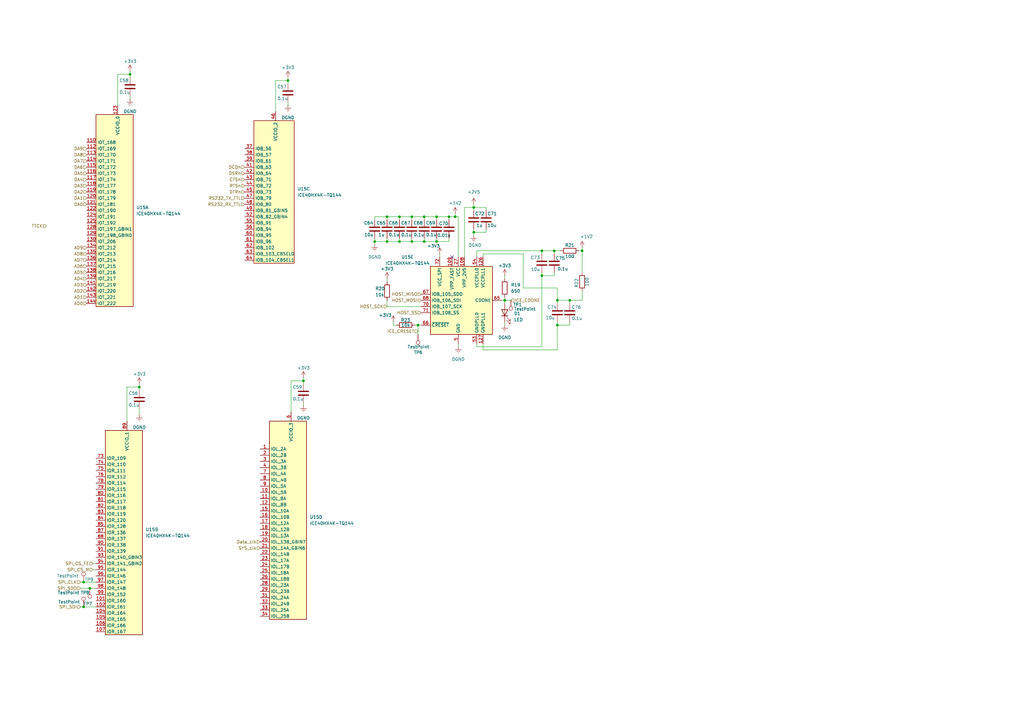
<source format=kicad_sch>
(kicad_sch (version 20231120) (generator "eeschema") (generator_version "8.0")
  (paper "A3")
  (lib_symbols
    (symbol "Connector:TestPoint" (pin_numbers hide) (pin_names (offset 0.762) hide)
      (property "Reference" "TP" (at 0 6.858 0))
      (property "Value" "TestPoint" (at 0 5.08 0))
      (symbol "TestPoint_0_1"
        (circle (center 0 3.302) (radius 0.762))
      )
      (symbol "TestPoint_1_1"
        (pin passive line (at 0 0 90) (length 2.54) (name "1") (number "1"))
      )
    )
    (symbol "Device:C" (pin_numbers hide) (pin_names (offset 0.254))
      (property "Reference" "C" (at 0.635 2.54 0))
      (property "Value" "C" (at 0.635 -2.54 0))
      (symbol "C_0_1"
        (polyline (pts (xy -2.032 -0.762) (xy 2.032 -0.762)) (stroke (width 0.508)))
        (polyline (pts (xy -2.032 0.762) (xy 2.032 0.762)) (stroke (width 0.508)))
      )
      (symbol "C_1_1"
        (pin passive line (at 0 3.81 270) (length 2.794) (name "~") (number "1"))
        (pin passive line (at 0 -3.81 90) (length 2.794) (name "~") (number "2"))
      )
    )
    (symbol "Device:LED" (pin_numbers hide) (pin_names (offset 1.016) hide)
      (property "Reference" "D" (at 0 2.54 0))
      (property "Value" "LED" (at 0 -2.54 0))
      (symbol "LED_0_1"
        (polyline (pts (xy -1.27 -1.27) (xy -1.27 1.27)) (stroke (width 0.254)))
        (polyline (pts (xy -1.27 0) (xy 1.27 0)))
        (polyline (pts (xy 1.27 -1.27) (xy 1.27 1.27) (xy -1.27 0) (xy 1.27 -1.27)) (stroke (width 0.254)))
        (polyline (pts (xy -3.048 -0.762) (xy -4.572 -2.286) (xy -3.81 -2.286) (xy -4.572 -2.286) (xy -4.572 -1.524)))
        (polyline (pts (xy -1.778 -0.762) (xy -3.302 -2.286) (xy -2.54 -2.286) (xy -3.302 -2.286) (xy -3.302 -1.524)))
      )
      (symbol "LED_1_1"
        (pin passive line (at -3.81 0 0) (length 2.54) (name "K") (number "1"))
        (pin passive line (at 3.81 0 180) (length 2.54) (name "A") (number "2"))
      )
    )
    (symbol "Device:R" (pin_numbers hide) (pin_names (offset 0))
      (property "Reference" "R" (at 2.032 0 90))
      (property "Value" "R" (at 0 0 90))
      (symbol "R_0_1"
        (rectangle (start -1.016 -2.54) (end 1.016 2.54) (stroke (width 0.254)))
      )
      (symbol "R_1_1"
        (pin passive line (at 0 3.81 270) (length 1.27) (name "~") (number "1"))
        (pin passive line (at 0 -3.81 90) (length 1.27) (name "~") (number "2"))
      )
    )
    (symbol "FPGA_Lattice:ICE40HX4K-TQ144"
      (property "Reference" "U" (at 12.7 53.34 0))
      (property "Value" "ICE40HX4K-TQ144" (at 30.48 48.26 0))
      (symbol "ICE40HX4K-TQ144_1_1"
        (rectangle (start -8.89 41.91) (end 6.35 -36.83) (stroke (width 0.254)) (fill (type background)))
        (pin bidirectional line (at -12.7 30.48 0) (length 3.81) (name "IOT_168") (number "110"))
        (pin bidirectional line (at -12.7 27.94 0) (length 3.81) (name "IOT_169") (number "112"))
        (pin bidirectional line (at -12.7 25.4 0) (length 3.81) (name "IOT_170") (number "113"))
        (pin bidirectional line (at -12.7 22.86 0) (length 3.81) (name "IOT_171") (number "114"))
        (pin bidirectional line (at -12.7 20.32 0) (length 3.81) (name "IOT_172") (number "115"))
        (pin bidirectional line (at -12.7 17.78 0) (length 3.81) (name "IOT_173") (number "116"))
        (pin bidirectional line (at -12.7 15.24 0) (length 3.81) (name "IOT_174") (number "117"))
        (pin bidirectional line (at -12.7 12.7 0) (length 3.81) (name "IOT_177") (number "118"))
        (pin bidirectional line (at -12.7 10.16 0) (length 3.81) (name "IOT_178") (number "119"))
        (pin bidirectional line (at -12.7 7.62 0) (length 3.81) (name "IOT_179") (number "120"))
        (pin bidirectional line (at -12.7 5.08 0) (length 3.81) (name "IOT_181") (number "121"))
        (pin bidirectional line (at -12.7 2.54 0) (length 3.81) (name "IOT_190") (number "122"))
        (pin power_in line (at 0 45.72 270) (length 3.81) (name "VCCIO_0") (number "123"))
        (pin bidirectional line (at -12.7 0 0) (length 3.81) (name "IOT_191") (number "124"))
        (pin bidirectional line (at -12.7 -2.54 0) (length 3.81) (name "IOT_192") (number "125"))
        (pin bidirectional line (at -12.7 -5.08 0) (length 3.81) (name "IOT_197_GBIN1") (number "128"))
        (pin bidirectional line (at -12.7 -7.62 0) (length 3.81) (name "IOT_198_GBIN0") (number "129"))
        (pin bidirectional line (at -12.7 -10.16 0) (length 3.81) (name "IOT_206") (number "130"))
        (pin passive line (at 0 45.72 270) (length 3.81) hide (name "VCCIO_0") (number "131"))
        (pin bidirectional line (at -12.7 -12.7 0) (length 3.81) (name "IOT_212") (number "134"))
        (pin bidirectional line (at -12.7 -15.24 0) (length 3.81) (name "IOT_213") (number "135"))
        (pin bidirectional line (at -12.7 -17.78 0) (length 3.81) (name "IOT_214") (number "136"))
        (pin bidirectional line (at -12.7 -20.32 0) (length 3.81) (name "IOT_215") (number "137"))
        (pin bidirectional line (at -12.7 -22.86 0) (length 3.81) (name "IOT_216") (number "138"))
        (pin bidirectional line (at -12.7 -25.4 0) (length 3.81) (name "IOT_217") (number "139"))
        (pin bidirectional line (at -12.7 -27.94 0) (length 3.81) (name "IOT_219") (number "141"))
        (pin bidirectional line (at -12.7 -30.48 0) (length 3.81) (name "IOT_220") (number "142"))
        (pin bidirectional line (at -12.7 -33.02 0) (length 3.81) (name "IOT_221") (number "143"))
        (pin bidirectional line (at -12.7 -35.56 0) (length 3.81) (name "IOT_222") (number "144"))
      )
      (symbol "ICE40HX4K-TQ144_2_1"
        (rectangle (start -8.89 44.45) (end 6.35 -39.37) (stroke (width 0.254)) (fill (type background)))
        (pin passive line (at 0 48.26 270) (length 3.81) hide (name "VCCIO_1") (number "100"))
        (pin bidirectional line (at -12.7 -25.4 0) (length 3.81) (name "IOR_160") (number "101"))
        (pin bidirectional line (at -12.7 -27.94 0) (length 3.81) (name "IOR_161") (number "102"))
        (pin bidirectional line (at -12.7 -30.48 0) (length 3.81) (name "IOR_164") (number "104"))
        (pin bidirectional line (at -12.7 -33.02 0) (length 3.81) (name "IOR_165") (number "105"))
        (pin bidirectional line (at -12.7 -35.56 0) (length 3.81) (name "IOR_166") (number "106"))
        (pin bidirectional line (at -12.7 -38.1 0) (length 3.81) (name "IOR_167") (number "107"))
        (pin bidirectional line (at -12.7 33.02 0) (length 3.81) (name "IOR_109") (number "73"))
        (pin bidirectional line (at -12.7 30.48 0) (length 3.81) (name "IOR_110") (number "74"))
        (pin bidirectional line (at -12.7 27.94 0) (length 3.81) (name "IOR_111") (number "75"))
        (pin bidirectional line (at -12.7 25.4 0) (length 3.81) (name "IOR_112") (number "76"))
        (pin bidirectional line (at -12.7 22.86 0) (length 3.81) (name "IOR_114") (number "78"))
        (pin bidirectional line (at -12.7 20.32 0) (length 3.81) (name "IOR_115") (number "79"))
        (pin bidirectional line (at -12.7 17.78 0) (length 3.81) (name "IOR_116") (number "80"))
        (pin bidirectional line (at -12.7 15.24 0) (length 3.81) (name "IOR_117") (number "81"))
        (pin bidirectional line (at -12.7 12.7 0) (length 3.81) (name "IOR_118") (number "82"))
        (pin bidirectional line (at -12.7 10.16 0) (length 3.81) (name "IOR_119") (number "83"))
        (pin bidirectional line (at -12.7 7.62 0) (length 3.81) (name "IOR_120") (number "84"))
        (pin bidirectional line (at -12.7 5.08 0) (length 3.81) (name "IOR_128") (number "85"))
        (pin bidirectional line (at -12.7 2.54 0) (length 3.81) (name "IOR_136") (number "87"))
        (pin bidirectional line (at -12.7 0 0) (length 3.81) (name "IOR_137") (number "88"))
        (pin power_in line (at 0 48.26 270) (length 3.81) (name "VCCIO_1") (number "89"))
        (pin bidirectional line (at -12.7 -2.54 0) (length 3.81) (name "IOR_138") (number "90"))
        (pin bidirectional line (at -12.7 -5.08 0) (length 3.81) (name "IOR_139") (number "91"))
        (pin bidirectional line (at -12.7 -7.62 0) (length 3.81) (name "IOR_140_GBIN3") (number "93"))
        (pin bidirectional line (at -12.7 -10.16 0) (length 3.81) (name "IOR_141_GBIN2") (number "94"))
        (pin bidirectional line (at -12.7 -12.7 0) (length 3.81) (name "IOR_144") (number "95"))
        (pin bidirectional line (at -12.7 -15.24 0) (length 3.81) (name "IOR_146") (number "96"))
        (pin bidirectional line (at -12.7 -17.78 0) (length 3.81) (name "IOR_147") (number "97"))
        (pin bidirectional line (at -12.7 -20.32 0) (length 3.81) (name "IOR_148") (number "98"))
        (pin bidirectional line (at -12.7 -22.86 0) (length 3.81) (name "IOR_152") (number "99"))
      )
      (symbol "ICE40HX4K-TQ144_3_1"
        (rectangle (start -8.89 31.75) (end 7.62 -26.67) (stroke (width 0.254)) (fill (type background)))
        (pin bidirectional line (at -12.7 20.32 0) (length 3.81) (name "IOB_56") (number "37"))
        (pin bidirectional line (at -12.7 17.78 0) (length 3.81) (name "IOB_57") (number "38"))
        (pin bidirectional line (at -12.7 15.24 0) (length 3.81) (name "IOB_61") (number "39"))
        (pin bidirectional line (at -12.7 12.7 0) (length 3.81) (name "IOB_63") (number "41"))
        (pin bidirectional line (at -12.7 10.16 0) (length 3.81) (name "IOB_64") (number "42"))
        (pin bidirectional line (at -12.7 7.62 0) (length 3.81) (name "IOB_71") (number "43"))
        (pin bidirectional line (at -12.7 5.08 0) (length 3.81) (name "IOB_72") (number "44"))
        (pin bidirectional line (at -12.7 2.54 0) (length 3.81) (name "IOB_73") (number "45"))
        (pin power_in line (at 0 35.56 270) (length 3.81) (name "VCCIO_2") (number "46"))
        (pin bidirectional line (at -12.7 0 0) (length 3.81) (name "IOB_79") (number "47"))
        (pin bidirectional line (at -12.7 -2.54 0) (length 3.81) (name "IOB_80") (number "48"))
        (pin bidirectional line (at -12.7 -5.08 0) (length 3.81) (name "IOB_81_GBIN5") (number "49"))
        (pin bidirectional line (at -12.7 -7.62 0) (length 3.81) (name "IOB_82_GBIN4") (number "52"))
        (pin bidirectional line (at -12.7 -10.16 0) (length 3.81) (name "IOB_91") (number "55"))
        (pin bidirectional line (at -12.7 -12.7 0) (length 3.81) (name "IOB_94") (number "56"))
        (pin passive line (at 0 35.56 270) (length 3.81) hide (name "VCCIO_2") (number "57"))
        (pin bidirectional line (at -12.7 -15.24 0) (length 3.81) (name "IOB_95") (number "60"))
        (pin bidirectional line (at -12.7 -17.78 0) (length 3.81) (name "IOB_96") (number "61"))
        (pin bidirectional line (at -12.7 -20.32 0) (length 3.81) (name "IOB_102") (number "62"))
        (pin bidirectional line (at -12.7 -22.86 0) (length 3.81) (name "IOB_103_CBSEL0") (number "63"))
        (pin bidirectional line (at -12.7 -25.4 0) (length 3.81) (name "IOB_104_CBSEL1") (number "64"))
      )
      (symbol "ICE40HX4K-TQ144_4_1"
        (rectangle (start -8.89 41.91) (end 6.35 -39.37) (stroke (width 0.254)) (fill (type background)))
        (pin bidirectional line (at -12.7 30.48 0) (length 3.81) (name "IOL_2A") (number "1"))
        (pin bidirectional line (at -12.7 12.7 0) (length 3.81) (name "IOL_5B") (number "10"))
        (pin bidirectional line (at -12.7 10.16 0) (length 3.81) (name "IOL_8A") (number "11"))
        (pin bidirectional line (at -12.7 7.62 0) (length 3.81) (name "IOL_8B") (number "12"))
        (pin bidirectional line (at -12.7 5.08 0) (length 3.81) (name "IOL_10A") (number "15"))
        (pin bidirectional line (at -12.7 2.54 0) (length 3.81) (name "IOL_10B") (number "16"))
        (pin bidirectional line (at -12.7 0 0) (length 3.81) (name "IOL_12A") (number "17"))
        (pin bidirectional line (at -12.7 -2.54 0) (length 3.81) (name "IOL_12B") (number "18"))
        (pin bidirectional line (at -12.7 -5.08 0) (length 3.81) (name "IOL_13A") (number "19"))
        (pin bidirectional line (at -12.7 27.94 0) (length 3.81) (name "IOL_2B") (number "2"))
        (pin bidirectional line (at -12.7 -7.62 0) (length 3.81) (name "IOL_13B_GBIN7") (number "20"))
        (pin bidirectional line (at -12.7 -10.16 0) (length 3.81) (name "IOL_14A_GBIN6") (number "21"))
        (pin bidirectional line (at -12.7 -12.7 0) (length 3.81) (name "IOL_14B") (number "22"))
        (pin bidirectional line (at -12.7 -15.24 0) (length 3.81) (name "IOL_17A") (number "23"))
        (pin bidirectional line (at -12.7 -17.78 0) (length 3.81) (name "IOL_17B") (number "24"))
        (pin bidirectional line (at -12.7 -20.32 0) (length 3.81) (name "IOL_18A") (number "25"))
        (pin bidirectional line (at -12.7 -22.86 0) (length 3.81) (name "IOL_18B") (number "26"))
        (pin bidirectional line (at -12.7 -25.4 0) (length 3.81) (name "IOL_23A") (number "28"))
        (pin bidirectional line (at -12.7 -27.94 0) (length 3.81) (name "IOL_23B") (number "29"))
        (pin bidirectional line (at -12.7 25.4 0) (length 3.81) (name "IOL_3A") (number "3"))
        (pin passive line (at 0 45.72 270) (length 3.81) hide (name "VCCIO_3") (number "30"))
        (pin bidirectional line (at -12.7 -30.48 0) (length 3.81) (name "IOL_24A") (number "31"))
        (pin bidirectional line (at -12.7 -33.02 0) (length 3.81) (name "IOL_24B") (number "32"))
        (pin bidirectional line (at -12.7 -35.56 0) (length 3.81) (name "IOL_25A") (number "33"))
        (pin bidirectional line (at -12.7 -38.1 0) (length 3.81) (name "IOL_25B") (number "34"))
        (pin bidirectional line (at -12.7 22.86 0) (length 3.81) (name "IOL_3B") (number "4"))
        (pin power_in line (at 0 45.72 270) (length 3.81) (name "VCCIO_3") (number "6"))
        (pin bidirectional line (at -12.7 20.32 0) (length 3.81) (name "IOL_4A") (number "7"))
        (pin bidirectional line (at -12.7 17.78 0) (length 3.81) (name "IOL_4B") (number "8"))
        (pin bidirectional line (at -12.7 15.24 0) (length 3.81) (name "IOL_5A") (number "9"))
      )
      (symbol "ICE40HX4K-TQ144_5_1"
        (rectangle (start -11.43 13.97) (end 13.97 -13.97) (stroke (width 0.254)) (fill (type background)))
        (pin passive line (at 0 -17.78 90) (length 3.81) hide (name "GND") (number "103"))
        (pin power_in line (at 2.54 17.78 270) (length 3.81) (name "VPP_2V5") (number "108"))
        (pin power_in line (at -2.54 17.78 270) (length 3.81) (name "VPP_FAST") (number "109"))
        (pin passive line (at 0 17.78 270) (length 3.81) hide (name "VCC") (number "111"))
        (pin power_in line (at 10.16 17.78 270) (length 3.81) (name "VCCPLL1") (number "126"))
        (pin power_in line (at 10.16 -17.78 90) (length 3.81) (name "GNDPLL1") (number "127"))
        (pin passive line (at 0 -17.78 90) (length 3.81) hide (name "GND") (number "13"))
        (pin passive line (at 0 -17.78 90) (length 3.81) hide (name "GND") (number "132"))
        (pin no_connect line (at 12.7 -10.16 180) (length 3.81) hide (name "NC") (number "133"))
        (pin passive line (at 0 -17.78 90) (length 3.81) hide (name "GND") (number "14"))
        (pin passive line (at 0 -17.78 90) (length 3.81) hide (name "GND") (number "140"))
        (pin power_in line (at 0 17.78 270) (length 3.81) (name "VCC") (number "27"))
        (pin no_connect line (at 12.7 5.08 180) (length 3.81) hide (name "NC") (number "35"))
        (pin no_connect line (at 12.7 2.54 180) (length 3.81) hide (name "NC") (number "36"))
        (pin passive line (at 0 17.78 270) (length 3.81) hide (name "VCC") (number "40"))
        (pin power_in line (at 0 -17.78 90) (length 3.81) (name "GND") (number "5"))
        (pin no_connect line (at 12.7 -2.54 180) (length 3.81) hide (name "NC") (number "50"))
        (pin no_connect line (at 12.7 -5.08 180) (length 3.81) hide (name "NC") (number "51"))
        (pin power_in line (at 7.62 -17.78 90) (length 3.81) (name "GNDPLL0") (number "53"))
        (pin power_in line (at 7.62 17.78 270) (length 3.81) (name "VCCPLL0") (number "54"))
        (pin no_connect line (at 12.7 -7.62 180) (length 3.81) hide (name "NC") (number "58"))
        (pin passive line (at 0 -17.78 90) (length 3.81) hide (name "GND") (number "59"))
        (pin open_collector line (at 17.78 0 180) (length 3.81) (name "CDONE") (number "65"))
        (pin input line (at -15.24 -10.16 0) (length 3.81) (name "~{CRESET}") (number "66"))
        (pin bidirectional line (at -15.24 2.54 0) (length 3.81) (name "IOB_105_SDO") (number "67"))
        (pin bidirectional line (at -15.24 0 0) (length 3.81) (name "IOB_106_SDI") (number "68"))
        (pin passive line (at 0 -17.78 90) (length 3.81) hide (name "GND") (number "69"))
        (pin bidirectional line (at -15.24 -2.54 0) (length 3.81) (name "IOB_107_SCK") (number "70"))
        (pin bidirectional line (at -15.24 -5.08 0) (length 3.81) (name "IOB_108_SS") (number "71"))
        (pin power_in line (at -7.62 17.78 270) (length 3.81) (name "VCC_SPI") (number "72"))
        (pin no_connect line (at 12.7 7.62 180) (length 3.81) hide (name "NC") (number "77"))
        (pin passive line (at 0 -17.78 90) (length 3.81) hide (name "GND") (number "86"))
        (pin passive line (at 0 17.78 270) (length 3.81) hide (name "VCC") (number "92"))
      )
    )
    (symbol "power:+1V2" (power) (pin_numbers hide) (pin_names (offset 0) hide)
      (property "Value" "+1V2" (at 0 3.556 0))
      (symbol "+1V2_0_1"
        (polyline (pts (xy -0.762 1.27) (xy 0 2.54)))
        (polyline (pts (xy 0 0) (xy 0 2.54)))
        (polyline (pts (xy 0 2.54) (xy 0.762 1.27)))
      )
      (symbol "+1V2_1_1"
        (pin power_in line (at 0 0 90) (length 0) (name "~") (number "1"))
      )
    )
    (symbol "power:+2V5" (power) (pin_numbers hide) (pin_names (offset 0) hide)
      (property "Value" "+2V5" (at 0 3.556 0))
      (symbol "+2V5_0_1"
        (polyline (pts (xy -0.762 1.27) (xy 0 2.54)))
        (polyline (pts (xy 0 0) (xy 0 2.54)))
        (polyline (pts (xy 0 2.54) (xy 0.762 1.27)))
      )
      (symbol "+2V5_1_1"
        (pin power_in line (at 0 0 90) (length 0) (name "~") (number "1"))
      )
    )
    (symbol "power:+3V3" (power) (pin_numbers hide) (pin_names (offset 0) hide)
      (property "Value" "+3V3" (at 0 3.556 0))
      (symbol "+3V3_0_1"
        (polyline (pts (xy -0.762 1.27) (xy 0 2.54)))
        (polyline (pts (xy 0 0) (xy 0 2.54)))
        (polyline (pts (xy 0 2.54) (xy 0.762 1.27)))
      )
      (symbol "+3V3_1_1"
        (pin power_in line (at 0 0 90) (length 0) (name "~") (number "1"))
      )
    )
    (symbol "power:Earth" (power) (pin_numbers hide) (pin_names (offset 0) hide)
      (property "Value" "Earth" (at 0 -3.81 0))
      (symbol "Earth_0_1"
        (polyline (pts (xy -0.635 -1.905) (xy 0.635 -1.905)))
        (polyline (pts (xy -0.127 -2.54) (xy 0.127 -2.54)))
        (polyline (pts (xy 0 -1.27) (xy 0 0)))
        (polyline (pts (xy 1.27 -1.27) (xy -1.27 -1.27)))
      )
      (symbol "Earth_1_1"
        (pin power_in line (at 0 0 270) (length 0) (name "~") (number "1"))
      )
    )
  )
  (junction (at 57.15 158.75))
  (junction (at 227.33 102.87))
  (junction (at 158.75 99.06))
  (junction (at 53.34 30.48))
  (junction (at 171.45 133.35))
  (junction (at 34.29 238.76))
  (junction (at 34.29 248.92))
  (junction (at 233.68 123.19))
  (junction (at 186.69 88.9))
  (junction (at 238.76 102.87))
  (junction (at 153.67 99.06))
  (junction (at 179.07 99.06))
  (junction (at 163.83 88.9))
  (junction (at 168.91 88.9))
  (junction (at 168.91 99.06))
  (junction (at 194.31 95.25))
  (junction (at 118.11 33.02))
  (junction (at 163.83 99.06))
  (junction (at 124.46 156.21))
  (junction (at 228.6 133.35))
  (junction (at 207.01 123.19))
  (junction (at 222.25 113.03))
  (junction (at 222.25 102.87))
  (junction (at 173.99 88.9))
  (junction (at 194.31 85.09))
  (junction (at 179.07 88.9))
  (junction (at 158.75 88.9))
  (junction (at 173.99 99.06))
  (junction (at 228.6 123.19))
  (junction (at 184.15 88.9))
  (junction (at 36.83 241.3))
  (no_connect (at 185.42 105.41))
  (wire (pts (xy 199.39 93.98) (xy 199.39 95.25)))
  (wire (pts (xy 52.07 172.72) (xy 52.07 158.75)))
  (wire (pts (xy 222.25 102.87) (xy 222.25 104.14)))
  (wire (pts (xy 195.58 102.87) (xy 222.25 102.87)))
  (wire (pts (xy 173.99 88.9) (xy 173.99 90.17)))
  (wire (pts (xy 158.75 97.79) (xy 158.75 99.06)))
  (wire (pts (xy 238.76 101.6) (xy 238.76 102.87)))
  (wire (pts (xy 38.1 231.14) (xy 39.37 231.14)))
  (wire (pts (xy 187.96 88.9) (xy 186.69 88.9)))
  (wire (pts (xy 53.34 39.37) (xy 53.34 40.64)))
  (wire (pts (xy 198.12 104.14) (xy 214.63 104.14)))
  (wire (pts (xy 153.67 99.06) (xy 153.67 100.33)))
  (wire (pts (xy 207.01 113.03) (xy 207.01 114.3)))
  (wire (pts (xy 222.25 113.03) (xy 227.33 113.03)))
  (wire (pts (xy 124.46 154.94) (xy 124.46 156.21)))
  (wire (pts (xy 118.11 33.02) (xy 118.11 34.29)))
  (wire (pts (xy 53.34 30.48) (xy 53.34 31.75)))
  (wire (pts (xy 194.31 85.09) (xy 194.31 86.36)))
  (wire (pts (xy 168.91 88.9) (xy 168.91 90.17)))
  (wire (pts (xy 124.46 165.1) (xy 124.46 166.37)))
  (wire (pts (xy 158.75 99.06) (xy 153.67 99.06)))
  (wire (pts (xy 194.31 83.82) (xy 194.31 85.09)))
  (wire (pts (xy 184.15 99.06) (xy 179.07 99.06)))
  (wire (pts (xy 36.83 241.3) (xy 39.37 241.3)))
  (wire (pts (xy 179.07 88.9) (xy 179.07 90.17)))
  (wire (pts (xy 184.15 90.17) (xy 184.15 88.9)))
  (wire (pts (xy 113.03 33.02) (xy 113.03 45.72)))
  (wire (pts (xy 161.29 133.35) (xy 162.56 133.35)))
  (wire (pts (xy 173.99 97.79) (xy 173.99 99.06)))
  (wire (pts (xy 179.07 97.79) (xy 179.07 99.06)))
  (wire (pts (xy 173.99 88.9) (xy 168.91 88.9)))
  (wire (pts (xy 161.29 132.08) (xy 161.29 133.35)))
  (wire (pts (xy 38.1 233.68) (xy 39.37 233.68)))
  (wire (pts (xy 186.69 87.63) (xy 186.69 88.9)))
  (wire (pts (xy 227.33 102.87) (xy 227.33 104.14)))
  (wire (pts (xy 199.39 85.09) (xy 194.31 85.09)))
  (wire (pts (xy 184.15 88.9) (xy 179.07 88.9)))
  (wire (pts (xy 48.26 43.18) (xy 48.26 30.48)))
  (wire (pts (xy 171.45 133.35) (xy 171.45 137.16)))
  (wire (pts (xy 207.01 123.19) (xy 209.55 123.19)))
  (wire (pts (xy 179.07 99.06) (xy 173.99 99.06)))
  (wire (pts (xy 118.11 31.75) (xy 118.11 33.02)))
  (wire (pts (xy 187.96 140.97) (xy 187.96 142.24)))
  (wire (pts (xy 227.33 102.87) (xy 229.87 102.87)))
  (wire (pts (xy 233.68 123.19) (xy 233.68 124.46)))
  (wire (pts (xy 158.75 114.3) (xy 158.75 115.57)))
  (wire (pts (xy 163.83 88.9) (xy 158.75 88.9)))
  (wire (pts (xy 227.33 113.03) (xy 227.33 111.76)))
  (wire (pts (xy 33.02 241.3) (xy 36.83 241.3)))
  (wire (pts (xy 158.75 123.19) (xy 158.75 125.73)))
  (wire (pts (xy 195.58 102.87) (xy 195.58 105.41)))
  (wire (pts (xy 233.68 123.19) (xy 238.76 123.19)))
  (wire (pts (xy 228.6 123.19) (xy 228.6 124.46)))
  (wire (pts (xy 238.76 119.38) (xy 238.76 123.19)))
  (wire (pts (xy 124.46 156.21) (xy 124.46 157.48)))
  (wire (pts (xy 168.91 88.9) (xy 163.83 88.9)))
  (wire (pts (xy 195.58 142.24) (xy 195.58 140.97)))
  (wire (pts (xy 194.31 95.25) (xy 194.31 96.52)))
  (wire (pts (xy 163.83 99.06) (xy 158.75 99.06)))
  (wire (pts (xy 238.76 102.87) (xy 238.76 111.76)))
  (wire (pts (xy 48.26 30.48) (xy 53.34 30.48)))
  (wire (pts (xy 158.75 125.73) (xy 172.72 125.73)))
  (wire (pts (xy 184.15 97.79) (xy 184.15 99.06)))
  (wire (pts (xy 158.75 88.9) (xy 153.67 88.9)))
  (wire (pts (xy 173.99 99.06) (xy 168.91 99.06)))
  (wire (pts (xy 186.69 88.9) (xy 184.15 88.9)))
  (wire (pts (xy 119.38 156.21) (xy 124.46 156.21)))
  (wire (pts (xy 195.58 142.24) (xy 222.25 142.24)))
  (wire (pts (xy 33.02 248.92) (xy 34.29 248.92)))
  (wire (pts (xy 34.29 248.92) (xy 39.37 248.92)))
  (wire (pts (xy 199.39 95.25) (xy 194.31 95.25)))
  (wire (pts (xy 113.03 33.02) (xy 118.11 33.02)))
  (wire (pts (xy 207.01 132.08) (xy 207.01 133.35)))
  (wire (pts (xy 198.12 140.97) (xy 198.12 143.51)))
  (wire (pts (xy 190.5 105.41) (xy 190.5 85.09)))
  (wire (pts (xy 194.31 93.98) (xy 194.31 95.25)))
  (wire (pts (xy 53.34 29.21) (xy 53.34 30.48)))
  (wire (pts (xy 214.63 104.14) (xy 214.63 118.11)))
  (wire (pts (xy 207.01 123.19) (xy 207.01 124.46)))
  (wire (pts (xy 170.18 133.35) (xy 171.45 133.35)))
  (wire (pts (xy 228.6 133.35) (xy 233.68 133.35)))
  (wire (pts (xy 190.5 85.09) (xy 194.31 85.09)))
  (wire (pts (xy 214.63 118.11) (xy 228.6 118.11)))
  (wire (pts (xy 163.83 88.9) (xy 163.83 90.17)))
  (wire (pts (xy 57.15 158.75) (xy 57.15 160.02)))
  (wire (pts (xy 153.67 97.79) (xy 153.67 99.06)))
  (wire (pts (xy 179.07 88.9) (xy 173.99 88.9)))
  (wire (pts (xy 168.91 99.06) (xy 163.83 99.06)))
  (wire (pts (xy 34.29 238.76) (xy 39.37 238.76)))
  (wire (pts (xy 198.12 143.51) (xy 228.6 143.51)))
  (wire (pts (xy 238.76 102.87) (xy 237.49 102.87)))
  (wire (pts (xy 198.12 105.41) (xy 198.12 104.14)))
  (wire (pts (xy 228.6 132.08) (xy 228.6 133.35)))
  (wire (pts (xy 228.6 143.51) (xy 228.6 133.35)))
  (wire (pts (xy 158.75 88.9) (xy 158.75 90.17)))
  (wire (pts (xy 57.15 167.64) (xy 57.15 170.18)))
  (wire (pts (xy 52.07 158.75) (xy 57.15 158.75)))
  (wire (pts (xy 171.45 133.35) (xy 172.72 133.35)))
  (wire (pts (xy 199.39 86.36) (xy 199.39 85.09)))
  (wire (pts (xy 180.34 104.14) (xy 180.34 105.41)))
  (wire (pts (xy 222.25 111.76) (xy 222.25 113.03)))
  (wire (pts (xy 33.02 238.76) (xy 34.29 238.76)))
  (wire (pts (xy 118.11 41.91) (xy 118.11 43.18)))
  (wire (pts (xy 222.25 102.87) (xy 227.33 102.87)))
  (wire (pts (xy 163.83 97.79) (xy 163.83 99.06)))
  (wire (pts (xy 153.67 88.9) (xy 153.67 90.17)))
  (wire (pts (xy 207.01 121.92) (xy 207.01 123.19)))
  (wire (pts (xy 228.6 118.11) (xy 228.6 123.19)))
  (wire (pts (xy 222.25 113.03) (xy 222.25 142.24)))
  (wire (pts (xy 168.91 97.79) (xy 168.91 99.06)))
  (wire (pts (xy 233.68 133.35) (xy 233.68 132.08)))
  (wire (pts (xy 119.38 168.91) (xy 119.38 156.21)))
  (wire (pts (xy 233.68 123.19) (xy 228.6 123.19)))
  (wire (pts (xy 57.15 157.48) (xy 57.15 158.75)))
  (wire (pts (xy 205.74 123.19) (xy 207.01 123.19)))
  (wire (pts (xy 187.96 88.9) (xy 187.96 105.41)))
  (hierarchical_label "AD2" (shape input) (at 35.56 119.38 180))
  (hierarchical_label "ICE_CDONE" (shape input) (at 209.55 123.19 0))
  (hierarchical_label "AD5" (shape input) (at 35.56 111.76 180))
  (hierarchical_label "DA8" (shape input) (at 35.56 63.5 180))
  (hierarchical_label "AD3" (shape input) (at 35.56 116.84 180))
  (hierarchical_label "DTRn" (shape input) (at 100.33 78.74 180))
  (hierarchical_label "AD1" (shape input) (at 35.56 121.92 180))
  (hierarchical_label "DA3" (shape input) (at 35.56 76.2 180))
  (hierarchical_label "CTSn" (shape input) (at 100.33 73.66 180))
  (hierarchical_label "AD7" (shape input) (at 35.56 106.68 180))
  (hierarchical_label "AD6" (shape input) (at 35.56 109.22 180))
  (hierarchical_label "SPI_CS_FE" (shape input) (at 38.1 231.14 180))
  (hierarchical_label "AD9" (shape input) (at 35.56 101.6 180))
  (hierarchical_label "SPI_CS_M" (shape input) (at 38.1 233.68 180))
  (hierarchical_label "HOST_MOSI" (shape input) (at 172.72 123.19 180))
  (hierarchical_label "DA2" (shape input) (at 35.56 78.74 180))
  (hierarchical_label "TTCK" (shape input) (at 19.05 92.71 180))
  (hierarchical_label "HOST_SS" (shape input) (at 172.72 128.27 180))
  (hierarchical_label "RS232_RX_TTL" (shape input) (at 100.33 83.82 180))
  (hierarchical_label "DA4" (shape input) (at 35.56 73.66 180))
  (hierarchical_label "HOST_SCK" (shape input) (at 158.75 125.73 180))
  (hierarchical_label "ICE_CRESET" (shape input) (at 171.45 135.89 180))
  (hierarchical_label "SPI_SDI" (shape input) (at 33.02 248.92 180))
  (hierarchical_label "RS232_TX_TTL" (shape input) (at 100.33 81.28 180))
  (hierarchical_label "SPI_SDO" (shape input) (at 33.02 241.3 180))
  (hierarchical_label "DA9" (shape input) (at 35.56 60.96 180))
  (hierarchical_label "SPI_CLK" (shape input) (at 33.02 238.76 180))
  (hierarchical_label "AD0" (shape input) (at 35.56 124.46 180))
  (hierarchical_label "AD8" (shape input) (at 35.56 104.14 180))
  (hierarchical_label "RTSn" (shape input) (at 100.33 76.2 180))
  (hierarchical_label "Data_clk" (shape input) (at 106.68 222.25 180))
  (hierarchical_label "DA6" (shape input) (at 35.56 68.58 180))
  (hierarchical_label "HOST_MISO" (shape input) (at 172.72 120.65 180))
  (hierarchical_label "DA0" (shape input) (at 35.56 83.82 180))
  (hierarchical_label "DA1" (shape input) (at 35.56 81.28 180))
  (hierarchical_label "AD4" (shape input) (at 35.56 114.3 180))
  (hierarchical_label "DA5" (shape input) (at 35.56 71.12 180))
  (hierarchical_label "DA7" (shape input) (at 35.56 66.04 180))
  (hierarchical_label "DSRn" (shape input) (at 100.33 71.12 180))
  (hierarchical_label "DCDn" (shape input) (at 100.33 68.58 180))
  (hierarchical_label "SYS_clk" (shape input) (at 106.68 224.79 180))
  (symbol (lib_id "Device:C") (at 173.99 93.98 0) (mirror x) (unit 1)
    (property "Reference" "C68" (at 173.482 91.44 0) (effects (justify right)))
    (property "Value" "0.1u" (at 173.99 96.266 0) (effects (justify right)))
    (property "Footprint" "Capacitor_SMD:C_0402_1005Metric" (effects (hide yes)))
    (property "Description" "Unpolarized capacitor" (effects (hide yes)))
  )
  (symbol (lib_id "power:+3V3") (at 118.11 31.75 0) (unit 1)
    (property "Reference" "#PWR050" (effects (hide yes)))
    (property "Value" "+3V3" (at 118.11 27.686 0))
    (property "Description" "Power symbol creates a global label with name \"+3V3\"" (effects (hide yes)))
  )
  (symbol (lib_id "Device:R") (at 158.75 119.38 0) (unit 1)
    (property "Reference" "R20" (at 153.924 118.364 0) (effects (justify left)))
    (property "Value" "10k" (at 153.924 120.904 0) (effects (justify left)))
    (property "Footprint" "Resistor_SMD:R_0402_1005Metric" (effects (hide yes)))
    (property "Description" "Resistor" (effects (hide yes)))
  )
  (symbol (lib_id "Device:C") (at 53.34 35.56 0) (mirror x) (unit 1)
    (property "Reference" "C58" (at 52.832 33.02 0) (effects (justify right)))
    (property "Value" "0.1u" (at 53.34 37.846 0) (effects (justify right)))
    (property "Footprint" "Capacitor_SMD:C_0402_1005Metric" (effects (hide yes)))
    (property "Description" "Unpolarized capacitor" (effects (hide yes)))
  )
  (symbol (lib_id "power:+3V3") (at 124.46 154.94 0) (unit 1)
    (property "Reference" "#PWR060" (effects (hide yes)))
    (property "Value" "+3V3" (at 124.46 150.876 0))
    (property "Description" "Power symbol creates a global label with name \"+3V3\"" (effects (hide yes)))
  )
  (symbol (lib_id "Connector:TestPoint") (at 34.29 248.92 0) (unit 1)
    (property "Reference" "TP7" (at 37.846 247.65 0) (effects (justify right)))
    (property "Value" "TestPoint" (at 32.766 246.888 0) (effects (justify right)))
    (property "Footprint" "TestPoint:TestPoint_Keystone_5000-5004_Miniature" (effects (hide yes)))
    (property "Description" "test point" (effects (hide yes)))
  )
  (symbol (lib_id "Device:C") (at 199.39 90.17 180) (unit 1)
    (property "Reference" "C71" (at 199.898 87.63 0) (effects (justify right)))
    (property "Value" "10u" (at 199.898 92.456 0) (effects (justify right)))
    (property "Footprint" "Capacitor_SMD:C_0402_1005Metric" (effects (hide yes)))
    (property "Description" "Unpolarized capacitor" (effects (hide yes)))
  )
  (symbol (lib_id "Device:C") (at 227.33 107.95 180) (unit 1)
    (property "Reference" "C75" (at 227.838 105.918 0) (effects (justify right)))
    (property "Value" "0.1u" (at 228.6 110.236 0) (effects (justify right)))
    (property "Footprint" "Capacitor_SMD:C_0402_1005Metric" (effects (hide yes)))
    (property "Description" "Unpolarized capacitor" (effects (hide yes)))
  )
  (symbol (lib_id "power:+3V3") (at 53.34 29.21 0) (unit 1)
    (property "Reference" "#PWR058" (effects (hide yes)))
    (property "Value" "+3V3" (at 53.34 25.146 0))
    (property "Description" "Power symbol creates a global label with name \"+3V3\"" (effects (hide yes)))
  )
  (symbol (lib_id "Device:C") (at 184.15 93.98 0) (mirror x) (unit 1)
    (property "Reference" "C70" (at 183.896 91.694 0) (effects (justify right)))
    (property "Value" "0.01u" (at 184.912 96.52 0) (effects (justify right)))
    (property "Footprint" "Capacitor_SMD:C_0402_1005Metric" (effects (hide yes)))
    (property "Description" "Unpolarized capacitor" (effects (hide yes)))
  )
  (symbol (lib_id "Device:C") (at 179.07 93.98 0) (mirror x) (unit 1)
    (property "Reference" "C69" (at 178.562 91.44 0) (effects (justify right)))
    (property "Value" "0.1u" (at 179.07 96.266 0) (effects (justify right)))
    (property "Footprint" "Capacitor_SMD:C_0402_1005Metric" (effects (hide yes)))
    (property "Description" "Unpolarized capacitor" (effects (hide yes)))
  )
  (symbol (lib_id "Device:C") (at 118.11 38.1 0) (mirror x) (unit 1)
    (property "Reference" "C57" (at 117.602 35.56 0) (effects (justify right)))
    (property "Value" "0.1u" (at 118.11 40.386 0) (effects (justify right)))
    (property "Footprint" "Capacitor_SMD:C_0402_1005Metric" (effects (hide yes)))
    (property "Description" "Unpolarized capacitor" (effects (hide yes)))
  )
  (symbol (lib_id "Device:C") (at 163.83 93.98 0) (mirror x) (unit 1)
    (property "Reference" "C66" (at 163.322 91.44 0) (effects (justify right)))
    (property "Value" "0.1u" (at 163.83 96.266 0) (effects (justify right)))
    (property "Footprint" "Capacitor_SMD:C_0402_1005Metric" (effects (hide yes)))
    (property "Description" "Unpolarized capacitor" (effects (hide yes)))
  )
  (symbol (lib_id "power:+3V3") (at 57.15 157.48 0) (unit 1)
    (property "Reference" "#PWR048" (effects (hide yes)))
    (property "Value" "+3V3" (at 57.15 153.416 0))
    (property "Description" "Power symbol creates a global label with name \"+3V3\"" (effects (hide yes)))
  )
  (symbol (lib_id "Device:LED") (at 207.01 128.27 90) (unit 1)
    (property "Reference" "D1" (at 210.82 128.5874 90) (effects (justify right)))
    (property "Value" "LED" (at 210.82 131.1274 90) (effects (justify right)))
    (property "Footprint" "LED_SMD:LED_0603_1608Metric" (effects (hide yes)))
    (property "Description" "Light emitting diode" (effects (hide yes)))
  )
  (symbol (lib_id "power:Earth") (at 207.01 133.35 0) (unit 1)
    (property "Reference" "#PWR056" (effects (hide yes)))
    (property "Value" "DGND" (at 207.01 138.43 0))
    (property "Description" "Power symbol creates a global label with name \"Earth\"" (effects (hide yes)))
  )
  (symbol (lib_id "power:+3V3") (at 161.29 132.08 0) (mirror y) (unit 1)
    (property "Reference" "#PWR057" (effects (hide yes)))
    (property "Value" "+3V3" (at 157.988 129.286 0))
    (property "Description" "Power symbol creates a global label with name \"+3V3\"" (effects (hide yes)))
  )
  (symbol (lib_id "Device:C") (at 194.31 90.17 180) (unit 1)
    (property "Reference" "C72" (at 194.818 87.63 0) (effects (justify right)))
    (property "Value" "1u" (at 195.326 92.456 0) (effects (justify right)))
    (property "Footprint" "Capacitor_SMD:C_0402_1005Metric" (effects (hide yes)))
    (property "Description" "Unpolarized capacitor" (effects (hide yes)))
  )
  (symbol (lib_id "FPGA_Lattice:ICE40HX4K-TQ144") (at 187.96 123.19 0) (unit 5)
    (property "Reference" "U15" (at 167.132 105.41 0))
    (property "Value" "ICE40HX4K-TQ144" (at 167.132 107.95 0))
    (property "Footprint" "Package_QFP:TQFP-144_20x20mm_P0.5mm" (effects (hide yes)))
    (property "Datasheet" "http://www.latticesemi.com/Products/FPGAandCPLD/iCE40" (effects (hide yes)))
    (property "Description" "iCE40 HX FPGA, 3520 LUTs, 1.2V, TQFP-144" (effects (hide yes)))
  )
  (symbol (lib_id "Device:R") (at 207.01 118.11 0) (unit 1)
    (property "Reference" "R19" (at 209.55 116.8399 0) (effects (justify left)))
    (property "Value" "650" (at 209.55 119.3799 0) (effects (justify left)))
    (property "Footprint" "Resistor_SMD:R_0402_1005Metric" (effects (hide yes)))
    (property "Description" "Resistor" (effects (hide yes)))
  )
  (symbol (lib_id "Device:C") (at 222.25 107.95 0) (mirror x) (unit 1)
    (property "Reference" "C73" (at 221.488 105.664 0) (effects (justify right)))
    (property "Value" "10u" (at 221.488 110.49 0) (effects (justify right)))
    (property "Footprint" "Capacitor_SMD:C_0402_1005Metric" (effects (hide yes)))
    (property "Description" "Unpolarized capacitor" (effects (hide yes)))
  )
  (symbol (lib_id "power:Earth") (at 57.15 170.18 0) (unit 1)
    (property "Reference" "#PWR049" (effects (hide yes)))
    (property "Value" "DGND" (at 57.15 175.26 0))
    (property "Description" "Power symbol creates a global label with name \"Earth\"" (effects (hide yes)))
  )
  (symbol (lib_id "Device:C") (at 153.67 93.98 0) (mirror x) (unit 1)
    (property "Reference" "C64" (at 153.162 91.44 0) (effects (justify right)))
    (property "Value" "10u" (at 153.162 96.266 0) (effects (justify right)))
    (property "Footprint" "Capacitor_SMD:C_0402_1005Metric" (effects (hide yes)))
    (property "Description" "Unpolarized capacitor" (effects (hide yes)))
  )
  (symbol (lib_id "Connector:TestPoint") (at 209.55 123.19 0) (mirror x) (unit 1)
    (property "Reference" "TP1" (at 214.122 124.968 0) (effects (justify right)))
    (property "Value" "TestPoint" (at 219.71 126.746 0) (effects (justify right)))
    (property "Footprint" "TestPoint:TestPoint_Keystone_5000-5004_Miniature" (effects (hide yes)))
    (property "Description" "test point" (effects (hide yes)))
  )
  (symbol (lib_id "Device:C") (at 168.91 93.98 0) (mirror x) (unit 1)
    (property "Reference" "C67" (at 168.402 91.44 0) (effects (justify right)))
    (property "Value" "0.1u" (at 168.91 96.266 0) (effects (justify right)))
    (property "Footprint" "Capacitor_SMD:C_0402_1005Metric" (effects (hide yes)))
    (property "Description" "Unpolarized capacitor" (effects (hide yes)))
  )
  (symbol (lib_id "power:Earth") (at 124.46 166.37 0) (unit 1)
    (property "Reference" "#PWR071" (effects (hide yes)))
    (property "Value" "DGND" (at 124.46 171.45 0))
    (property "Description" "Power symbol creates a global label with name \"Earth\"" (effects (hide yes)))
  )
  (symbol (lib_id "power:Earth") (at 194.31 96.52 0) (mirror y) (unit 1)
    (property "Reference" "#PWR066" (effects (hide yes)))
    (property "Value" "DGND" (at 194.818 100.584 0))
    (property "Description" "Power symbol creates a global label with name \"Earth\"" (effects (hide yes)))
  )
  (symbol (lib_id "Connector:TestPoint") (at 171.45 137.16 180) (unit 1)
    (property "Reference" "TP6" (at 169.672 144.526 0) (effects (justify right)))
    (property "Value" "TestPoint" (at 167.132 142.24 0) (effects (justify right)))
    (property "Footprint" "TestPoint:TestPoint_Keystone_5000-5004_Miniature" (effects (hide yes)))
    (property "Description" "test point" (effects (hide yes)))
  )
  (symbol (lib_id "FPGA_Lattice:ICE40HX4K-TQ144") (at 48.26 88.9 0) (unit 1)
    (property "Reference" "U15" (at 55.88 85.0899 0) (effects (justify left)))
    (property "Value" "ICE40HX4K-TQ144" (at 55.88 87.6299 0) (effects (justify left)))
    (property "Footprint" "Package_QFP:TQFP-144_20x20mm_P0.5mm" (effects (hide yes)))
    (property "Datasheet" "http://www.latticesemi.com/Products/FPGAandCPLD/iCE40" (effects (hide yes)))
    (property "Description" "iCE40 HX FPGA, 3520 LUTs, 1.2V, TQFP-144" (effects (hide yes)))
  )
  (symbol (lib_id "Device:C") (at 228.6 128.27 0) (mirror x) (unit 1)
    (property "Reference" "C74" (at 228.346 125.984 0) (effects (justify right)))
    (property "Value" "10u" (at 227.584 130.302 0) (effects (justify right)))
    (property "Footprint" "Capacitor_SMD:C_0402_1005Metric" (effects (hide yes)))
    (property "Description" "Unpolarized capacitor" (effects (hide yes)))
  )
  (symbol (lib_id "power:+2V5") (at 194.31 83.82 0) (mirror y) (unit 1)
    (property "Reference" "#PWR068" (effects (hide yes)))
    (property "Value" "+2V5" (at 194.31 78.74 0))
    (property "Description" "Power symbol creates a global label with name \"+2V5\"" (effects (hide yes)))
  )
  (symbol (lib_id "power:+1V2") (at 238.76 101.6 0) (unit 1)
    (property "Reference" "#PWR070" (effects (hide yes)))
    (property "Value" "+1V2" (at 240.538 97.028 0))
    (property "Description" "Power symbol creates a global label with name \"+1V2\"" (effects (hide yes)))
  )
  (symbol (lib_id "Device:C") (at 158.75 93.98 0) (mirror x) (unit 1)
    (property "Reference" "C65" (at 158.242 91.44 0) (effects (justify right)))
    (property "Value" "1u" (at 157.734 96.266 0) (effects (justify right)))
    (property "Footprint" "Capacitor_SMD:C_0402_1005Metric" (effects (hide yes)))
    (property "Description" "Unpolarized capacitor" (effects (hide yes)))
  )
  (symbol (lib_id "power:Earth") (at 53.34 40.64 0) (unit 1)
    (property "Reference" "#PWR059" (effects (hide yes)))
    (property "Value" "DGND" (at 53.34 45.72 0))
    (property "Description" "Power symbol creates a global label with name \"Earth\"" (effects (hide yes)))
  )
  (symbol (lib_id "Connector:TestPoint") (at 34.29 238.76 0) (unit 1)
    (property "Reference" "TP9" (at 38.354 237.744 0) (effects (justify right)))
    (property "Value" "TestPoint" (at 32.258 236.22 0) (effects (justify right)))
    (property "Footprint" "TestPoint:TestPoint_Keystone_5000-5004_Miniature" (effects (hide yes)))
    (property "Description" "test point" (effects (hide yes)))
  )
  (symbol (lib_id "Device:R") (at 233.68 102.87 90) (unit 1)
    (property "Reference" "R21" (at 233.68 100.584 90))
    (property "Value" "100" (at 233.68 105.156 90))
    (property "Footprint" "Resistor_SMD:R_0402_1005Metric" (effects (hide yes)))
    (property "Description" "Resistor" (effects (hide yes)))
  )
  (symbol (lib_id "Device:C") (at 233.68 128.27 180) (unit 1)
    (property "Reference" "C76" (at 234.442 125.984 0) (effects (justify right)))
    (property "Value" "0.1u" (at 234.442 130.556 0) (effects (justify right)))
    (property "Footprint" "Capacitor_SMD:C_0402_1005Metric" (effects (hide yes)))
    (property "Description" "Unpolarized capacitor" (effects (hide yes)))
  )
  (symbol (lib_id "FPGA_Lattice:ICE40HX4K-TQ144") (at 119.38 214.63 0) (unit 4)
    (property "Reference" "U15" (at 127 212.0899 0) (effects (justify left)))
    (property "Value" "ICE40HX4K-TQ144" (at 127 214.6299 0) (effects (justify left)))
    (property "Footprint" "Package_QFP:TQFP-144_20x20mm_P0.5mm" (effects (hide yes)))
    (property "Datasheet" "http://www.latticesemi.com/Products/FPGAandCPLD/iCE40" (effects (hide yes)))
    (property "Description" "iCE40 HX FPGA, 3520 LUTs, 1.2V, TQFP-144" (effects (hide yes)))
  )
  (symbol (lib_id "Device:R") (at 238.76 115.57 180) (unit 1)
    (property "Reference" "R22" (at 236.474 116.078 90))
    (property "Value" "100" (at 240.792 115.57 90))
    (property "Footprint" "Resistor_SMD:R_0402_1005Metric" (effects (hide yes)))
    (property "Description" "Resistor" (effects (hide yes)))
  )
  (symbol (lib_id "power:Earth") (at 187.96 142.24 0) (unit 1)
    (property "Reference" "#PWR063" (effects (hide yes)))
    (property "Value" "DGND" (at 187.96 147.32 0))
    (property "Description" "Power symbol creates a global label with name \"Earth\"" (effects (hide yes)))
  )
  (symbol (lib_id "Device:R") (at 166.37 133.35 90) (mirror x) (unit 1)
    (property "Reference" "R23" (at 166.37 131.318 90))
    (property "Value" "10k" (at 166.37 133.35 90))
    (property "Footprint" "Resistor_SMD:R_0402_1005Metric" (effects (hide yes)))
    (property "Description" "Resistor" (effects (hide yes)))
  )
  (symbol (lib_id "power:+3V3") (at 158.75 114.3 0) (unit 1)
    (property "Reference" "#PWR061" (effects (hide yes)))
    (property "Value" "+3V3" (at 158.75 110.236 0))
    (property "Description" "Power symbol creates a global label with name \"+3V3\"" (effects (hide yes)))
  )
  (symbol (lib_id "power:+3V3") (at 180.34 104.14 0) (unit 1)
    (property "Reference" "#PWR062" (effects (hide yes)))
    (property "Value" "+3V3" (at 177.8 100.838 0))
    (property "Description" "Power symbol creates a global label with name \"+3V3\"" (effects (hide yes)))
  )
  (symbol (lib_id "power:Earth") (at 153.67 100.33 0) (unit 1)
    (property "Reference" "#PWR0102" (effects (hide yes)))
    (property "Value" "DGND" (at 153.67 105.41 0))
    (property "Description" "Power symbol creates a global label with name \"Earth\"" (effects (hide yes)))
  )
  (symbol (lib_id "Device:C") (at 57.15 163.83 0) (mirror x) (unit 1)
    (property "Reference" "C56" (at 56.642 161.29 0) (effects (justify right)))
    (property "Value" "0.1u" (at 57.15 166.116 0) (effects (justify right)))
    (property "Footprint" "Capacitor_SMD:C_0402_1005Metric" (effects (hide yes)))
    (property "Description" "Unpolarized capacitor" (effects (hide yes)))
  )
  (symbol (lib_id "FPGA_Lattice:ICE40HX4K-TQ144") (at 113.03 81.28 0) (unit 3)
    (property "Reference" "U15" (at 121.92 77.4699 0) (effects (justify left)))
    (property "Value" "ICE40HX4K-TQ144" (at 121.92 80.0099 0) (effects (justify left)))
    (property "Footprint" "Package_QFP:TQFP-144_20x20mm_P0.5mm" (effects (hide yes)))
    (property "Datasheet" "http://www.latticesemi.com/Products/FPGAandCPLD/iCE40" (effects (hide yes)))
    (property "Description" "iCE40 HX FPGA, 3520 LUTs, 1.2V, TQFP-144" (effects (hide yes)))
  )
  (symbol (lib_id "power:+1V2") (at 186.69 87.63 0) (unit 1)
    (property "Reference" "#PWR067" (effects (hide yes)))
    (property "Value" "+1V2" (at 186.69 83.312 0))
    (property "Description" "Power symbol creates a global label with name \"+1V2\"" (effects (hide yes)))
  )
  (symbol (lib_id "power:+3V3") (at 207.01 113.03 0) (unit 1)
    (property "Reference" "#PWR055" (effects (hide yes)))
    (property "Value" "+3V3" (at 207.01 108.966 0))
    (property "Description" "Power symbol creates a global label with name \"+3V3\"" (effects (hide yes)))
  )
  (symbol (lib_id "Connector:TestPoint") (at 36.83 241.3 180) (unit 1)
    (property "Reference" "TP8" (at 33.02 243.078 0) (effects (justify right)))
    (property "Value" "TestPoint" (at 23.622 243.078 0) (effects (justify right)))
    (property "Footprint" "TestPoint:TestPoint_Keystone_5000-5004_Miniature" (effects (hide yes)))
    (property "Description" "test point" (effects (hide yes)))
  )
  (symbol (lib_id "FPGA_Lattice:ICE40HX4K-TQ144") (at 52.07 220.98 0) (unit 2)
    (property "Reference" "U15" (at 59.69 217.1699 0) (effects (justify left)))
    (property "Value" "ICE40HX4K-TQ144" (at 59.69 219.7099 0) (effects (justify left)))
    (property "Footprint" "Package_QFP:TQFP-144_20x20mm_P0.5mm" (effects (hide yes)))
    (property "Datasheet" "http://www.latticesemi.com/Products/FPGAandCPLD/iCE40" (effects (hide yes)))
    (property "Description" "iCE40 HX FPGA, 3520 LUTs, 1.2V, TQFP-144" (effects (hide yes)))
  )
  (symbol (lib_id "Device:C") (at 124.46 161.29 0) (mirror x) (unit 1)
    (property "Reference" "C59" (at 123.952 158.75 0) (effects (justify right)))
    (property "Value" "0.1u" (at 124.46 163.576 0) (effects (justify right)))
    (property "Footprint" "Capacitor_SMD:C_0402_1005Metric" (effects (hide yes)))
    (property "Description" "Unpolarized capacitor" (effects (hide yes)))
  )
  (symbol (lib_id "power:Earth") (at 118.11 43.18 0) (unit 1)
    (property "Reference" "#PWR051" (effects (hide yes)))
    (property "Value" "DGND" (at 118.11 48.26 0))
    (property "Description" "Power symbol creates a global label with name \"Earth\"" (effects (hide yes)))
  )
)
</source>
